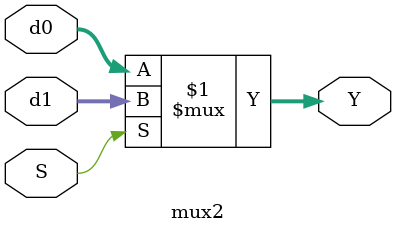
<source format=sv>
module mux2 #(parameter N = 4)(input logic [N - 1:0] d0,
										input logic [N - 1:0] d1,
										input logic S,
										output logic [N-1:0] Y);

assign Y = S ? d1 : d0; 
endmodule
</source>
